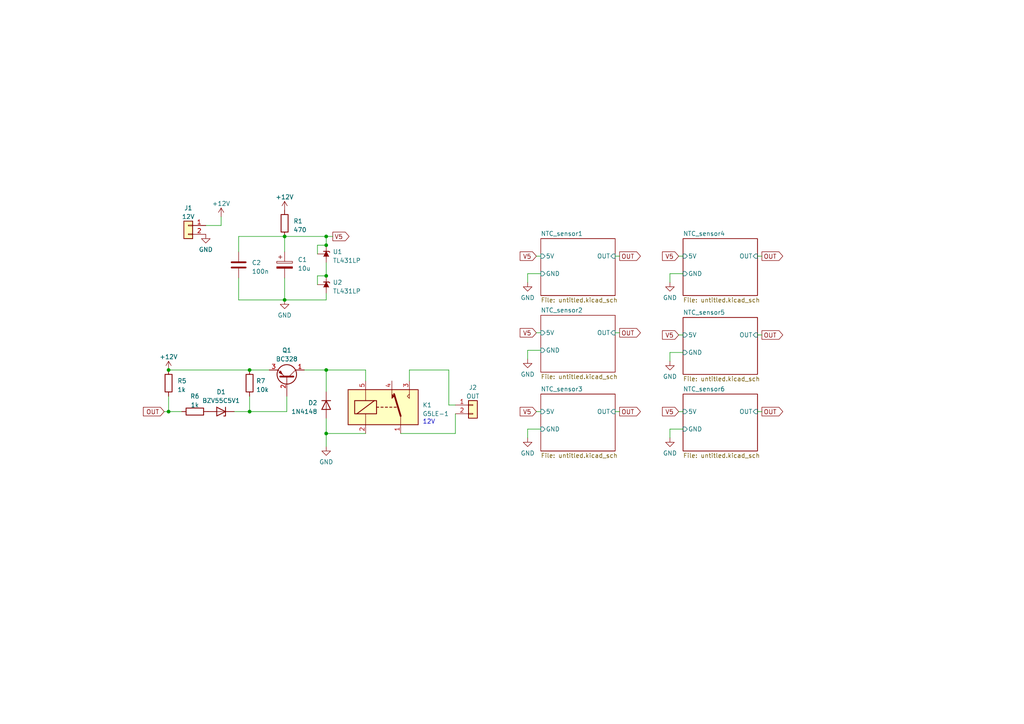
<source format=kicad_sch>
(kicad_sch (version 20230121) (generator eeschema)
  (paper "A4")
  (title_block (title "Amplifier Protection") (date "2023-07-10") (rev "1.0") (company "RTEK1000"))
  (lib_symbols
    (symbol "Connector_Generic:Conn_01x02" (pin_names (offset 1.016) hide)
      (property "Reference" "J" (at 0 2.54 0))
      (property "Value" "Conn_01x02" (at 0 -5.08 0))
      (symbol "Conn_01x02_1_1"
        (rectangle (start -1.27 -2.413) (end 0 -2.667) (stroke (width 0.1524)))
        (rectangle (start -1.27 0.127) (end 0 -0.127) (stroke (width 0.1524)))
        (rectangle (start -1.27 1.27) (end 1.27 -3.81) (stroke (width 0.254)) (fill (type background)))
        (pin passive line (at -5.08 0 0) (length 3.81) (name "Pin_1") (number "1"))
        (pin passive line (at -5.08 -2.54 0) (length 3.81) (name "Pin_2") (number "2"))
      )
    )
    (symbol "Device:C" (pin_numbers hide) (pin_names (offset 0.254))
      (property "Reference" "C" (at 0.635 2.54 0))
      (property "Value" "C" (at 0.635 -2.54 0))
      (symbol "C_0_1"
        (polyline (pts (xy -2.032 -0.762) (xy 2.032 -0.762)) (stroke (width 0.508)))
        (polyline (pts (xy -2.032 0.762) (xy 2.032 0.762)) (stroke (width 0.508)))
      )
      (symbol "C_1_1"
        (pin passive line (at 0 3.81 270) (length 2.794) (name "~") (number "1"))
        (pin passive line (at 0 -3.81 90) (length 2.794) (name "~") (number "2"))
      )
    )
    (symbol "Device:C_Polarized" (pin_numbers hide) (pin_names (offset 0.254))
      (property "Reference" "C" (at 0.635 2.54 0))
      (property "Value" "C_Polarized" (at 0.635 -2.54 0))
      (symbol "C_Polarized_0_1"
        (rectangle (start -2.286 0.508) (end 2.286 1.016))
        (polyline (pts (xy -1.778 2.286) (xy -0.762 2.286)))
        (polyline (pts (xy -1.27 2.794) (xy -1.27 1.778)))
        (rectangle (start 2.286 -0.508) (end -2.286 -1.016) (fill (type outline)))
      )
      (symbol "C_Polarized_1_1"
        (pin passive line (at 0 3.81 270) (length 2.794) (name "~") (number "1"))
        (pin passive line (at 0 -3.81 90) (length 2.794) (name "~") (number "2"))
      )
    )
    (symbol "Device:D" (pin_numbers hide) (pin_names (offset 1.016) hide)
      (property "Reference" "D" (at 0 2.54 0))
      (property "Value" "D" (at 0 -2.54 0))
      (symbol "D_0_1"
        (polyline (pts (xy -1.27 1.27) (xy -1.27 -1.27)) (stroke (width 0.254)))
        (polyline (pts (xy 1.27 0) (xy -1.27 0)))
        (polyline (pts (xy 1.27 1.27) (xy 1.27 -1.27) (xy -1.27 0) (xy 1.27 1.27)) (stroke (width 0.254)))
      )
      (symbol "D_1_1"
        (pin passive line (at -3.81 0 0) (length 2.54) (name "K") (number "1"))
        (pin passive line (at 3.81 0 180) (length 2.54) (name "A") (number "2"))
      )
    )
    (symbol "Device:R" (pin_numbers hide) (pin_names (offset 0))
      (property "Reference" "R" (at 2.032 0 90))
      (property "Value" "R" (at 0 0 90))
      (symbol "R_0_1"
        (rectangle (start -1.016 -2.54) (end 1.016 2.54) (stroke (width 0.254)))
      )
      (symbol "R_1_1"
        (pin passive line (at 0 3.81 270) (length 1.27) (name "~") (number "1"))
        (pin passive line (at 0 -3.81 90) (length 1.27) (name "~") (number "2"))
      )
    )
    (symbol "Diode:BZV55C5V1" (pin_numbers hide) (pin_names hide)
      (property "Reference" "D" (at 0 2.54 0))
      (property "Value" "BZV55C5V1" (at 0 -2.54 0))
      (symbol "BZV55C5V1_0_1"
        (polyline (pts (xy 1.27 0) (xy -1.27 0)))
        (polyline (pts (xy -1.27 -1.27) (xy -1.27 1.27) (xy -0.762 1.27)) (stroke (width 0.254)))
        (polyline (pts (xy 1.27 -1.27) (xy 1.27 1.27) (xy -1.27 0) (xy 1.27 -1.27)) (stroke (width 0.254)))
      )
      (symbol "BZV55C5V1_1_1"
        (pin passive line (at -3.81 0 0) (length 2.54) (name "K") (number "1"))
        (pin passive line (at 3.81 0 180) (length 2.54) (name "A") (number "2"))
      )
    )
    (symbol "Reference_Voltage:TL431LP" (pin_numbers hide) (pin_names hide)
      (property "Reference" "U" (at -2.54 2.54 0))
      (property "Value" "TL431LP" (at 0 -2.54 0))
      (symbol "TL431LP_0_1"
        (polyline (pts (xy -1.27 0) (xy 0 0) (xy 1.27 0)))
        (polyline (pts (xy -0.762 0.762) (xy 0.762 0) (xy -0.762 -0.762)) (fill (type outline)))
        (polyline (pts (xy 0.508 -1.016) (xy 0.762 -0.762) (xy 0.762 0.762) (xy 0.762 0.762)) (stroke (width 0.254)))
      )
      (symbol "TL431LP_1_1"
        (pin passive line (at 0 2.54 270) (length 2.54) (name "REF") (number "1"))
        (pin passive line (at -2.54 0 0) (length 2.54) (name "A") (number "2"))
        (pin passive line (at 2.54 0 180) (length 2.54) (name "K") (number "3"))
      )
    )
    (symbol "Relay:G5LE-1"
      (property "Reference" "K" (at 11.43 3.81 0))
      (property "Value" "G5LE-1" (at 11.43 1.27 0))
      (symbol "G5LE-1_0_0"
        (polyline (pts (xy 7.62 5.08) (xy 7.62 2.54) (xy 6.985 3.175) (xy 7.62 3.81)))
      )
      (symbol "G5LE-1_0_1"
        (rectangle (start -10.16 5.08) (end 10.16 -5.08) (stroke (width 0.254)) (fill (type background)))
        (rectangle (start -8.255 1.905) (end -1.905 -1.905) (stroke (width 0.254)))
        (polyline (pts (xy -7.62 -1.905) (xy -2.54 1.905)) (stroke (width 0.254)))
        (polyline (pts (xy -5.08 -5.08) (xy -5.08 -1.905)))
        (polyline (pts (xy -5.08 5.08) (xy -5.08 1.905)))
        (polyline (pts (xy -1.905 0) (xy -1.27 0)) (stroke (width 0.254)))
        (polyline (pts (xy -0.635 0) (xy 0 0)) (stroke (width 0.254)))
        (polyline (pts (xy 0.635 0) (xy 1.27 0)) (stroke (width 0.254)))
        (polyline (pts (xy 1.905 0) (xy 2.54 0)) (stroke (width 0.254)))
        (polyline (pts (xy 3.175 0) (xy 3.81 0)) (stroke (width 0.254)))
        (polyline (pts (xy 5.08 -2.54) (xy 3.175 3.81)) (stroke (width 0.508)))
        (polyline (pts (xy 5.08 -2.54) (xy 5.08 -5.08)))
        (polyline (pts (xy 2.54 5.08) (xy 2.54 2.54) (xy 3.175 3.175) (xy 2.54 3.81)) (fill (type outline)))
      )
      (symbol "G5LE-1_1_1"
        (pin passive line (at 5.08 -7.62 90) (length 2.54) (name "~") (number "1"))
        (pin passive line (at -5.08 -7.62 90) (length 2.54) (name "~") (number "2"))
        (pin passive line (at 7.62 7.62 270) (length 2.54) (name "~") (number "3"))
        (pin passive line (at 2.54 7.62 270) (length 2.54) (name "~") (number "4"))
        (pin passive line (at -5.08 7.62 270) (length 2.54) (name "~") (number "5"))
      )
    )
    (symbol "Transistor_BJT:BC328" (pin_names (offset 0) hide)
      (property "Reference" "Q" (at 5.08 1.905 0))
      (property "Value" "BC328" (at 5.08 0 0))
      (symbol "BC328_0_1"
        (polyline (pts (xy 0.635 0.635) (xy 2.54 2.54)))
        (polyline (pts (xy 0.635 -0.635) (xy 2.54 -2.54) (xy 2.54 -2.54)))
        (polyline (pts (xy 0.635 1.905) (xy 0.635 -1.905) (xy 0.635 -1.905)) (stroke (width 0.508)))
        (polyline (pts (xy 2.286 -1.778) (xy 1.778 -2.286) (xy 1.27 -1.27) (xy 2.286 -1.778) (xy 2.286 -1.778)) (fill (type outline)))
        (circle (center 1.27 0) (radius 2.8194) (stroke (width 0.254)))
      )
      (symbol "BC328_1_1"
        (pin passive line (at 2.54 5.08 270) (length 2.54) (name "C") (number "1"))
        (pin input line (at -5.08 0 0) (length 5.715) (name "B") (number "2"))
        (pin passive line (at 2.54 -5.08 90) (length 2.54) (name "E") (number "3"))
      )
    )
    (symbol "power:+12V" (power) (pin_names (offset 0))
      (property "Value" "+12V" (at 0 3.556 0))
      (symbol "+12V_0_1"
        (polyline (pts (xy -0.762 1.27) (xy 0 2.54)))
        (polyline (pts (xy 0 0) (xy 0 2.54)))
        (polyline (pts (xy 0 2.54) (xy 0.762 1.27)))
      )
      (symbol "+12V_1_1"
        (pin power_in line (at 0 0 90) (length 0) hide (name "+12V") (number "1"))
      )
    )
    (symbol "power:GND" (power) (pin_names (offset 0))
      (property "Value" "GND" (at 0 -3.81 0))
      (symbol "GND_0_1"
        (polyline (pts (xy 0 0) (xy 0 -1.27) (xy 1.27 -1.27) (xy 0 -2.54) (xy -1.27 -1.27) (xy 0 -1.27)))
      )
      (symbol "GND_1_1"
        (pin power_in line (at 0 0 270) (length 0) hide (name "GND") (number "1"))
      )
    )
  )
  (junction (at 94.615 107.315))
  (junction (at 72.39 107.315))
  (junction (at 82.55 68.58))
  (junction (at 82.55 86.995))
  (junction (at 94.615 80.01))
  (junction (at 48.895 119.38))
  (junction (at 94.615 71.12))
  (junction (at 94.615 125.73))
  (junction (at 94.615 68.58))
  (junction (at 72.39 119.38))
  (junction (at 48.895 107.315))
  (wire (pts (xy 196.85 74.295) (xy 198.12 74.295)))
  (wire (pts (xy 132.08 125.73) (xy 116.205 125.73)))
  (wire (pts (xy 94.615 107.315) (xy 94.615 113.665)))
  (wire (pts (xy 196.85 119.38) (xy 198.12 119.38)))
  (wire (pts (xy 153.035 101.6) (xy 156.845 101.6)))
  (wire (pts (xy 153.035 79.375) (xy 156.845 79.375)))
  (wire (pts (xy 69.215 68.58) (xy 82.55 68.58)))
  (wire (pts (xy 153.035 81.915) (xy 153.035 79.375)))
  (wire (pts (xy 130.175 107.315) (xy 118.745 107.315)))
  (wire (pts (xy 219.71 119.38) (xy 220.98 119.38)))
  (wire (pts (xy 83.185 114.935) (xy 83.185 119.38)))
  (wire (pts (xy 82.55 73.025) (xy 82.55 68.58)))
  (wire (pts (xy 194.31 102.235) (xy 198.12 102.235)))
  (wire (pts (xy 48.895 119.38) (xy 48.895 114.935)))
  (wire (pts (xy 178.435 96.52) (xy 179.705 96.52)))
  (wire (pts (xy 178.435 119.38) (xy 179.705 119.38)))
  (wire (pts (xy 194.31 124.46) (xy 198.12 124.46)))
  (wire (pts (xy 155.575 74.295) (xy 156.845 74.295)))
  (wire (pts (xy 94.615 68.58) (xy 94.615 71.12)))
  (wire (pts (xy 72.39 107.315) (xy 78.105 107.315)))
  (wire (pts (xy 219.71 74.295) (xy 220.98 74.295)))
  (wire (pts (xy 64.135 65.405) (xy 59.69 65.405)))
  (wire (pts (xy 83.185 119.38) (xy 72.39 119.38)))
  (wire (pts (xy 196.85 97.155) (xy 198.12 97.155)))
  (wire (pts (xy 153.035 124.46) (xy 156.845 124.46)))
  (wire (pts (xy 155.575 119.38) (xy 156.845 119.38)))
  (wire (pts (xy 69.215 73.025) (xy 69.215 68.58)))
  (wire (pts (xy 72.39 114.935) (xy 72.39 119.38)))
  (wire (pts (xy 94.615 68.58) (xy 96.52 68.58)))
  (wire (pts (xy 194.31 79.375) (xy 198.12 79.375)))
  (wire (pts (xy 47.625 119.38) (xy 48.895 119.38)))
  (wire (pts (xy 132.08 117.475) (xy 130.175 117.475)))
  (wire (pts (xy 194.31 127) (xy 194.31 124.46)))
  (wire (pts (xy 82.55 68.58) (xy 94.615 68.58)))
  (wire (pts (xy 155.575 96.52) (xy 156.845 96.52)))
  (wire (pts (xy 106.045 107.315) (xy 94.615 107.315)))
  (wire (pts (xy 92.075 71.12) (xy 92.075 73.66)))
  (wire (pts (xy 194.31 104.775) (xy 194.31 102.235)))
  (wire (pts (xy 72.39 119.38) (xy 67.945 119.38)))
  (wire (pts (xy 94.615 125.73) (xy 94.615 129.54)))
  (wire (pts (xy 153.035 127) (xy 153.035 124.46)))
  (wire (pts (xy 130.175 117.475) (xy 130.175 107.315)))
  (wire (pts (xy 219.71 97.155) (xy 220.98 97.155)))
  (wire (pts (xy 94.615 107.315) (xy 88.265 107.315)))
  (wire (pts (xy 94.615 86.995) (xy 94.615 85.09)))
  (wire (pts (xy 94.615 125.73) (xy 106.045 125.73)))
  (wire (pts (xy 72.39 107.315) (xy 48.895 107.315)))
  (wire (pts (xy 82.55 80.645) (xy 82.55 86.995)))
  (wire (pts (xy 92.075 80.01) (xy 92.075 82.55)))
  (wire (pts (xy 94.615 80.01) (xy 92.075 80.01)))
  (wire (pts (xy 106.045 110.49) (xy 106.045 107.315)))
  (wire (pts (xy 69.215 80.645) (xy 69.215 86.995)))
  (wire (pts (xy 94.615 71.12) (xy 92.075 71.12)))
  (wire (pts (xy 69.215 86.995) (xy 82.55 86.995)))
  (wire (pts (xy 178.435 74.295) (xy 179.705 74.295)))
  (wire (pts (xy 94.615 121.285) (xy 94.615 125.73)))
  (wire (pts (xy 94.615 76.2) (xy 94.615 80.01)))
  (wire (pts (xy 194.31 81.915) (xy 194.31 79.375)))
  (wire (pts (xy 118.745 107.315) (xy 118.745 110.49)))
  (wire (pts (xy 52.705 119.38) (xy 48.895 119.38)))
  (wire (pts (xy 82.55 86.995) (xy 94.615 86.995)))
  (wire (pts (xy 132.08 120.015) (xy 132.08 125.73)))
  (wire (pts (xy 64.135 62.865) (xy 64.135 65.405)))
  (wire (pts (xy 153.035 104.14) (xy 153.035 101.6)))
  (text "12V" (at 122.555 123.19 0) (effects (font (size 1.27 1.27)) (justify left bottom)))
  (global_label "V5" (shape input) (at 155.575 96.52 180) (property "Intersheetrefs" "${INTERSHEET_REFS}" (effects hide)))
  (global_label "V5" (shape input) (at 196.85 97.155 180) (property "Intersheetrefs" "${INTERSHEET_REFS}" (effects hide)))
  (global_label "V5" (shape input) (at 196.85 74.295 180) (property "Intersheetrefs" "${INTERSHEET_REFS}" (effects hide)))
  (global_label "OUT" (shape output) (at 179.705 96.52 0) (property "Intersheetrefs" "${INTERSHEET_REFS}" (effects hide)))
  (global_label "OUT" (shape input) (at 47.625 119.38 180) (property "Intersheetrefs" "${INTERSHEET_REFS}" (effects hide)))
  (global_label "OUT" (shape output) (at 220.98 74.295 0) (property "Intersheetrefs" "${INTERSHEET_REFS}" (effects hide)))
  (global_label "V5" (shape input) (at 155.575 74.295 180) (property "Intersheetrefs" "${INTERSHEET_REFS}" (effects hide)))
  (global_label "OUT" (shape output) (at 179.705 119.38 0) (property "Intersheetrefs" "${INTERSHEET_REFS}" (effects hide)))
  (global_label "OUT" (shape output) (at 179.705 74.295 0) (property "Intersheetrefs" "${INTERSHEET_REFS}" (effects hide)))
  (global_label "V5" (shape output) (at 96.52 68.58 0) (property "Intersheetrefs" "${INTERSHEET_REFS}" (effects hide)))
  (global_label "V5" (shape input) (at 196.85 119.38 180) (property "Intersheetrefs" "${INTERSHEET_REFS}" (effects hide)))
  (global_label "OUT" (shape output) (at 220.98 119.38 0) (property "Intersheetrefs" "${INTERSHEET_REFS}" (effects hide)))
  (global_label "V5" (shape input) (at 155.575 119.38 180) (property "Intersheetrefs" "${INTERSHEET_REFS}" (effects hide)))
  (global_label "OUT" (shape output) (at 220.98 97.155 0) (property "Intersheetrefs" "${INTERSHEET_REFS}" (effects hide)))
  (symbol (lib_id "Device:C") (at 69.215 76.835 0) (unit 1)
    (property "Reference" "C2" (at 73.025 76.2 0) (effects (justify left)))
    (property "Value" "100n" (at 73.025 78.74 0) (effects (justify left)))
    (property "Footprint" "Capacitor_THT:C_Disc_D5.0mm_W2.5mm_P5.00mm" (effects hide))
  )
  (symbol (lib_id "power:+12V") (at 82.55 60.96 0) (unit 1)
    (property "Reference" "#PWR02" (effects hide))
    (property "Value" "+12V" (at 82.55 57.15 0))
  )
  (symbol (lib_id "power:+12V") (at 64.135 62.865 0) (unit 1)
    (property "Reference" "#PWR017" (effects hide))
    (property "Value" "+12V" (at 64.135 59.055 0))
  )
  (symbol (lib_id "Device:D") (at 94.615 117.475 90) (mirror x) (unit 1)
    (property "Reference" "D2" (at 92.075 116.84 90) (effects (justify left)))
    (property "Value" "1N4148" (at 92.075 119.38 90) (effects (justify left)))
    (property "Footprint" "Diode_THT:D_A-405_P2.54mm_Vertical_KathodeUp" (effects hide))
    (property "Sim.Device" "D" (effects hide))
    (property "Sim.Pins" "1=K 2=A" (effects hide))
  )
  (symbol (lib_id "power:GND") (at 194.31 104.775 0) (unit 1)
    (property "Reference" "#PWR09" (effects hide))
    (property "Value" "GND" (at 194.31 109.22 0))
  )
  (symbol (lib_id "Device:R") (at 82.55 64.77 0) (unit 1)
    (property "Reference" "R1" (at 85.09 64.135 0) (effects (justify left)))
    (property "Value" "470" (at 85.09 66.675 0) (effects (justify left)))
    (property "Footprint" "Resistor_THT:R_Axial_DIN0207_L6.3mm_D2.5mm_P2.54mm_Vertical" (effects hide))
  )
  (symbol (lib_id "power:GND") (at 153.035 127 0) (unit 1)
    (property "Reference" "#PWR07" (effects hide))
    (property "Value" "GND" (at 153.035 131.445 0))
  )
  (symbol (lib_id "power:GND") (at 94.615 129.54 0) (unit 1)
    (property "Reference" "#PWR05" (effects hide))
    (property "Value" "GND" (at 94.615 133.985 0))
  )
  (symbol (lib_id "power:+12V") (at 48.895 107.315 0) (unit 1)
    (property "Reference" "#PWR04" (effects hide))
    (property "Value" "+12V" (at 48.895 103.505 0))
  )
  (symbol (lib_id "Device:R") (at 72.39 111.125 180) (unit 1)
    (property "Reference" "R7" (at 74.295 110.49 0) (effects (justify right)))
    (property "Value" "10k" (at 74.295 113.03 0) (effects (justify right)))
    (property "Footprint" "Resistor_THT:R_Axial_DIN0207_L6.3mm_D2.5mm_P2.54mm_Vertical" (effects hide))
  )
  (symbol (lib_id "Reference_Voltage:TL431LP") (at 94.615 73.66 90) (unit 1)
    (property "Reference" "U1" (at 96.52 73.025 90) (effects (justify right)))
    (property "Value" "TL431LP" (at 96.52 75.565 90) (effects (justify right)))
    (property "Footprint" "Package_TO_SOT_THT:TO-92_Inline" (effects hide))
    (property "Datasheet" "http://www.ti.com/lit/ds/symlink/tl431.pdf" (effects hide))
  )
  (symbol (lib_id "Device:C_Polarized") (at 82.55 76.835 0) (unit 1)
    (property "Reference" "C1" (at 86.36 75.311 0) (effects (justify left)))
    (property "Value" "10u" (at 86.36 77.851 0) (effects (justify left)))
    (property "Footprint" "Capacitor_THT:CP_Radial_D5.0mm_P2.50mm" (effects hide))
  )
  (symbol (lib_id "Relay:G5LE-1") (at 111.125 118.11 0) (unit 1)
    (property "Reference" "K1" (at 122.555 117.475 0) (effects (justify left)))
    (property "Value" "G5LE-1" (at 122.555 120.015 0) (effects (justify left)))
    (property "Footprint" "Relay_THT:Relay_SPDT_Omron-G5LE-1" (effects hide))
    (property "Datasheet" "http://www.omron.com/ecb/products/pdf/en-g5le.pdf" (effects hide))
  )
  (symbol (lib_id "power:GND") (at 153.035 81.915 0) (unit 1)
    (property "Reference" "#PWR03" (effects hide))
    (property "Value" "GND" (at 153.035 86.36 0))
  )
  (symbol (lib_id "Connector_Generic:Conn_01x02") (at 54.61 65.405 0) (mirror y) (unit 1)
    (property "Reference" "J1" (at 54.61 60.325 0))
    (property "Value" "12V" (at 54.61 62.865 0))
    (property "Footprint" "Connector_PinSocket_2.54mm:PinSocket_1x02_P2.54mm_Vertical" (effects hide))
  )
  (symbol (lib_id "Transistor_BJT:BC328") (at 83.185 109.855 270) (mirror x) (unit 1)
    (property "Reference" "Q1" (at 83.185 101.6 90))
    (property "Value" "BC328" (at 83.185 104.14 90))
    (property "Footprint" "Package_TO_SOT_THT:TO-92_Inline" (effects hide))
    (property "Datasheet" "http://www.redrok.com/PNP_BC327_-45V_-800mA_0.625W_Hfe100_TO-92.pdf" (effects hide))
  )
  (symbol (lib_id "Device:R") (at 48.895 111.125 0) (unit 1)
    (property "Reference" "R5" (at 51.435 110.49 0) (effects (justify left)))
    (property "Value" "1k" (at 51.435 113.03 0) (effects (justify left)))
    (property "Footprint" "Resistor_THT:R_Axial_DIN0207_L6.3mm_D2.5mm_P2.54mm_Vertical" (effects hide))
  )
  (symbol (lib_id "power:GND") (at 59.69 67.945 0) (unit 1)
    (property "Reference" "#PWR018" (effects hide))
    (property "Value" "GND" (at 59.69 72.39 0))
  )
  (symbol (lib_id "power:GND") (at 153.035 104.14 0) (unit 1)
    (property "Reference" "#PWR06" (effects hide))
    (property "Value" "GND" (at 153.035 108.585 0))
  )
  (symbol (lib_id "Diode:BZV55C5V1") (at 64.135 119.38 180) (unit 1)
    (property "Reference" "D1" (at 64.135 113.665 0))
    (property "Value" "BZV55C5V1" (at 64.135 116.205 0))
    (property "Footprint" "Diode_THT:D_A-405_P2.54mm_Vertical_KathodeUp" (effects hide))
    (property "Datasheet" "https://assets.nexperia.com/documents/data-sheet/BZV55_SER.pdf" (effects hide))
  )
  (symbol (lib_id "Reference_Voltage:TL431LP") (at 94.615 82.55 90) (unit 1)
    (property "Reference" "U2" (at 96.52 81.915 90) (effects (justify right)))
    (property "Value" "TL431LP" (at 96.52 84.455 90) (effects (justify right)))
    (property "Footprint" "Package_TO_SOT_THT:TO-92_Inline" (effects hide))
    (property "Datasheet" "http://www.ti.com/lit/ds/symlink/tl431.pdf" (effects hide))
  )
  (symbol (lib_id "power:GND") (at 82.55 86.995 0) (unit 1)
    (property "Reference" "#PWR01" (effects hide))
    (property "Value" "GND" (at 82.55 91.44 0))
  )
  (symbol (lib_id "power:GND") (at 194.31 81.915 0) (unit 1)
    (property "Reference" "#PWR08" (effects hide))
    (property "Value" "GND" (at 194.31 86.36 0))
  )
  (symbol (lib_id "Device:R") (at 56.515 119.38 90) (unit 1)
    (property "Reference" "R6" (at 56.515 114.935 90))
    (property "Value" "1k" (at 56.515 117.475 90))
    (property "Footprint" "Resistor_THT:R_Axial_DIN0207_L6.3mm_D2.5mm_P2.54mm_Vertical" (effects hide))
  )
  (symbol (lib_id "Connector_Generic:Conn_01x02") (at 137.16 117.475 0) (unit 1)
    (property "Reference" "J2" (at 137.16 112.395 0))
    (property "Value" "OUT" (at 137.16 114.935 0))
    (property "Footprint" "Connector_PinSocket_2.54mm:PinSocket_1x02_P2.54mm_Vertical" (effects hide))
  )
  (symbol (lib_id "power:GND") (at 194.31 127 0) (unit 1)
    (property "Reference" "#PWR010" (effects hide))
    (property "Value" "GND" (at 194.31 131.445 0))
  )
  (sheet (at 198.12 69.215) (size 21.59 16.51) (stroke (width 0.1524))
    (property "Sheetname" "NTC_sensor4" (at 198.12 68.5034 0) (effects (justify left bottom)))
    (property "Sheetfile" "untitled.kicad_sch" (at 198.12 86.3096 0) (effects (justify left top)))
    (pin "OUT" input (at 219.71 74.295 0))
    (pin "5V" input (at 198.12 74.295 180))
    (pin "GND" input (at 198.12 79.375 180))
  )
  (sheet (at 198.12 114.3) (size 21.59 16.51) (stroke (width 0.1524))
    (property "Sheetname" "NTC_sensor6" (at 198.12 113.5884 0) (effects (justify left bottom)))
    (property "Sheetfile" "untitled.kicad_sch" (at 198.12 131.3946 0) (effects (justify left top)))
    (pin "OUT" input (at 219.71 119.38 0))
    (pin "5V" input (at 198.12 119.38 180))
    (pin "GND" input (at 198.12 124.46 180))
  )
  (sheet (at 156.845 69.215) (size 21.59 16.51) (stroke (width 0.1524))
    (property "Sheetname" "NTC_sensor1" (at 156.845 68.5034 0) (effects (justify left bottom)))
    (property "Sheetfile" "untitled.kicad_sch" (at 156.845 86.3096 0) (effects (justify left top)))
    (pin "OUT" input (at 178.435 74.295 0))
    (pin "5V" input (at 156.845 74.295 180))
    (pin "GND" input (at 156.845 79.375 180))
  )
  (sheet (at 156.845 114.3) (size 21.59 16.51) (stroke (width 0.1524))
    (property "Sheetname" "NTC_sensor3" (at 156.845 113.5884 0) (effects (justify left bottom)))
    (property "Sheetfile" "untitled.kicad_sch" (at 156.845 131.3946 0) (effects (justify left top)))
    (pin "OUT" input (at 178.435 119.38 0))
    (pin "5V" input (at 156.845 119.38 180))
    (pin "GND" input (at 156.845 124.46 180))
  )
  (sheet (at 156.845 91.44) (size 21.59 16.51) (stroke (width 0.1524))
    (property "Sheetname" "NTC_sensor2" (at 156.845 90.7284 0) (effects (justify left bottom)))
    (property "Sheetfile" "untitled.kicad_sch" (at 156.845 108.5346 0) (effects (justify left top)))
    (pin "OUT" input (at 178.435 96.52 0))
    (pin "5V" input (at 156.845 96.52 180))
    (pin "GND" input (at 156.845 101.6 180))
  )
  (sheet (at 198.12 92.075) (size 21.59 16.51) (stroke (width 0.1524))
    (property "Sheetname" "NTC_sensor5" (at 198.12 91.3634 0) (effects (justify left bottom)))
    (property "Sheetfile" "untitled.kicad_sch" (at 198.12 109.1696 0) (effects (justify left top)))
    (pin "OUT" input (at 219.71 97.155 0))
    (pin "5V" input (at 198.12 97.155 180))
    (pin "GND" input (at 198.12 102.235 180))
  )
)
</source>
